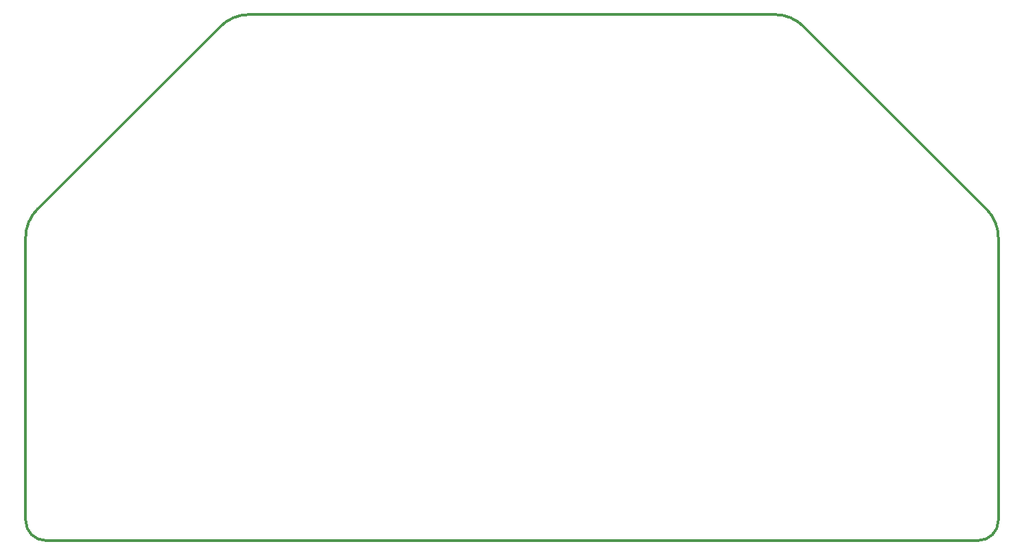
<source format=gbr>
%TF.GenerationSoftware,KiCad,Pcbnew,9.0.1*%
%TF.CreationDate,2025-05-09T11:09:33+02:00*%
%TF.ProjectId,FL-Zetor,464c2d5a-6574-46f7-922e-6b696361645f,rev?*%
%TF.SameCoordinates,Original*%
%TF.FileFunction,Profile,NP*%
%FSLAX46Y46*%
G04 Gerber Fmt 4.6, Leading zero omitted, Abs format (unit mm)*
G04 Created by KiCad (PCBNEW 9.0.1) date 2025-05-09 11:09:33*
%MOMM*%
%LPD*%
G01*
G04 APERTURE LIST*
%TA.AperFunction,Profile*%
%ADD10C,0.300000*%
%TD*%
G04 APERTURE END LIST*
D10*
X206870000Y-132025000D02*
X91870000Y-132025000D01*
X181798900Y-67025000D02*
G75*
G02*
X185347958Y-68502975I-100J-5000400D01*
G01*
X185347967Y-68502967D02*
X207905550Y-91060550D01*
X113405550Y-68489450D02*
G75*
G02*
X116941068Y-67025019I3535450J-3535450D01*
G01*
X90834510Y-91060490D02*
X113405550Y-68489450D01*
X89370000Y-129525000D02*
X89370000Y-94596130D01*
X209370000Y-94596068D02*
X209370000Y-129525000D01*
X91870000Y-132025000D02*
G75*
G02*
X89370000Y-129525000I0J2500000D01*
G01*
X116941068Y-67025000D02*
X181798900Y-67025000D01*
X209370000Y-129525000D02*
G75*
G02*
X206870000Y-132025000I-2500000J0D01*
G01*
X207905550Y-91060550D02*
G75*
G02*
X209369981Y-94596068I-3535450J-3535450D01*
G01*
X89370000Y-94596130D02*
G75*
G02*
X90834485Y-91060465I5000200J30D01*
G01*
M02*

</source>
